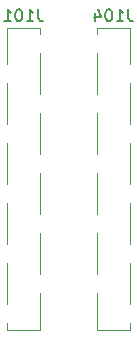
<source format=gbo>
G04 #@! TF.GenerationSoftware,KiCad,Pcbnew,9.0.6*
G04 #@! TF.CreationDate,2026-01-02T14:07:03-06:00*
G04 #@! TF.ProjectId,QFN-16_3x3,51464e2d-3136-45f3-9378-332e6b696361,rev?*
G04 #@! TF.SameCoordinates,Original*
G04 #@! TF.FileFunction,Legend,Bot*
G04 #@! TF.FilePolarity,Positive*
%FSLAX46Y46*%
G04 Gerber Fmt 4.6, Leading zero omitted, Abs format (unit mm)*
G04 Created by KiCad (PCBNEW 9.0.6) date 2026-01-02 14:07:03*
%MOMM*%
%LPD*%
G01*
G04 APERTURE LIST*
%ADD10C,0.150000*%
%ADD11C,0.120000*%
%ADD12C,1.700000*%
%ADD13R,1.700000X1.700000*%
%ADD14R,2.510000X1.000000*%
G04 APERTURE END LIST*
D10*
X128285714Y-106294819D02*
X128285714Y-107009104D01*
X128285714Y-107009104D02*
X128333333Y-107151961D01*
X128333333Y-107151961D02*
X128428571Y-107247200D01*
X128428571Y-107247200D02*
X128571428Y-107294819D01*
X128571428Y-107294819D02*
X128666666Y-107294819D01*
X127285714Y-107294819D02*
X127857142Y-107294819D01*
X127571428Y-107294819D02*
X127571428Y-106294819D01*
X127571428Y-106294819D02*
X127666666Y-106437676D01*
X127666666Y-106437676D02*
X127761904Y-106532914D01*
X127761904Y-106532914D02*
X127857142Y-106580533D01*
X126666666Y-106294819D02*
X126571428Y-106294819D01*
X126571428Y-106294819D02*
X126476190Y-106342438D01*
X126476190Y-106342438D02*
X126428571Y-106390057D01*
X126428571Y-106390057D02*
X126380952Y-106485295D01*
X126380952Y-106485295D02*
X126333333Y-106675771D01*
X126333333Y-106675771D02*
X126333333Y-106913866D01*
X126333333Y-106913866D02*
X126380952Y-107104342D01*
X126380952Y-107104342D02*
X126428571Y-107199580D01*
X126428571Y-107199580D02*
X126476190Y-107247200D01*
X126476190Y-107247200D02*
X126571428Y-107294819D01*
X126571428Y-107294819D02*
X126666666Y-107294819D01*
X126666666Y-107294819D02*
X126761904Y-107247200D01*
X126761904Y-107247200D02*
X126809523Y-107199580D01*
X126809523Y-107199580D02*
X126857142Y-107104342D01*
X126857142Y-107104342D02*
X126904761Y-106913866D01*
X126904761Y-106913866D02*
X126904761Y-106675771D01*
X126904761Y-106675771D02*
X126857142Y-106485295D01*
X126857142Y-106485295D02*
X126809523Y-106390057D01*
X126809523Y-106390057D02*
X126761904Y-106342438D01*
X126761904Y-106342438D02*
X126666666Y-106294819D01*
X125380952Y-107294819D02*
X125952380Y-107294819D01*
X125666666Y-107294819D02*
X125666666Y-106294819D01*
X125666666Y-106294819D02*
X125761904Y-106437676D01*
X125761904Y-106437676D02*
X125857142Y-106532914D01*
X125857142Y-106532914D02*
X125952380Y-106580533D01*
X135905714Y-106294819D02*
X135905714Y-107009104D01*
X135905714Y-107009104D02*
X135953333Y-107151961D01*
X135953333Y-107151961D02*
X136048571Y-107247200D01*
X136048571Y-107247200D02*
X136191428Y-107294819D01*
X136191428Y-107294819D02*
X136286666Y-107294819D01*
X134905714Y-107294819D02*
X135477142Y-107294819D01*
X135191428Y-107294819D02*
X135191428Y-106294819D01*
X135191428Y-106294819D02*
X135286666Y-106437676D01*
X135286666Y-106437676D02*
X135381904Y-106532914D01*
X135381904Y-106532914D02*
X135477142Y-106580533D01*
X134286666Y-106294819D02*
X134191428Y-106294819D01*
X134191428Y-106294819D02*
X134096190Y-106342438D01*
X134096190Y-106342438D02*
X134048571Y-106390057D01*
X134048571Y-106390057D02*
X134000952Y-106485295D01*
X134000952Y-106485295D02*
X133953333Y-106675771D01*
X133953333Y-106675771D02*
X133953333Y-106913866D01*
X133953333Y-106913866D02*
X134000952Y-107104342D01*
X134000952Y-107104342D02*
X134048571Y-107199580D01*
X134048571Y-107199580D02*
X134096190Y-107247200D01*
X134096190Y-107247200D02*
X134191428Y-107294819D01*
X134191428Y-107294819D02*
X134286666Y-107294819D01*
X134286666Y-107294819D02*
X134381904Y-107247200D01*
X134381904Y-107247200D02*
X134429523Y-107199580D01*
X134429523Y-107199580D02*
X134477142Y-107104342D01*
X134477142Y-107104342D02*
X134524761Y-106913866D01*
X134524761Y-106913866D02*
X134524761Y-106675771D01*
X134524761Y-106675771D02*
X134477142Y-106485295D01*
X134477142Y-106485295D02*
X134429523Y-106390057D01*
X134429523Y-106390057D02*
X134381904Y-106342438D01*
X134381904Y-106342438D02*
X134286666Y-106294819D01*
X133096190Y-106628152D02*
X133096190Y-107294819D01*
X133334285Y-106247200D02*
X133572380Y-106961485D01*
X133572380Y-106961485D02*
X132953333Y-106961485D01*
D11*
X125620000Y-112570000D02*
X125620000Y-116030000D01*
X125620000Y-117650000D02*
X125620001Y-121110000D01*
X125620000Y-127810000D02*
X125620001Y-131270000D01*
X125620001Y-107840000D02*
X125620000Y-110950000D01*
X125620001Y-122730000D02*
X125620000Y-126190000D01*
X125620001Y-132890000D02*
X125620001Y-133460000D01*
X128379999Y-107840000D02*
X125620001Y-107840000D01*
X128379999Y-107840000D02*
X128379999Y-108410000D01*
X128379999Y-110030000D02*
X128380000Y-113490000D01*
X128379999Y-120190000D02*
X128380000Y-123650000D01*
X128379999Y-133460000D02*
X125620001Y-133460000D01*
X128380000Y-115110000D02*
X128379999Y-118570000D01*
X128380000Y-125270000D02*
X128380000Y-128730000D01*
X128380000Y-130350000D02*
X128379999Y-133460000D01*
X133240000Y-107840000D02*
X133240000Y-108410000D01*
X133240000Y-110030000D02*
X133240000Y-113490000D01*
X133240000Y-115110000D02*
X133240000Y-118570000D01*
X133240000Y-120190000D02*
X133240000Y-123650000D01*
X133240000Y-125270000D02*
X133240000Y-128730000D01*
X133240000Y-130350000D02*
X133240000Y-133460000D01*
X136000000Y-107840000D02*
X133240000Y-107840000D01*
X136000000Y-107840000D02*
X136000000Y-110950000D01*
X136000000Y-108410000D02*
X136000000Y-110950000D01*
X136000000Y-112570000D02*
X136000000Y-116030000D01*
X136000000Y-117650000D02*
X136000000Y-121110000D01*
X136000000Y-122730000D02*
X136000000Y-126190000D01*
X136000000Y-127810000D02*
X136000000Y-131270000D01*
X136000000Y-132890000D02*
X136000000Y-133460000D01*
X136000000Y-133460000D02*
X133240000Y-133460000D01*
%LPC*%
D12*
X121920000Y-109220000D03*
D13*
X121920000Y-111760000D03*
D12*
X121920000Y-114299999D03*
X121920000Y-116840000D03*
X121920000Y-119380000D03*
X121920000Y-121920000D03*
X121920000Y-124460000D03*
X121920000Y-127000001D03*
X121920000Y-129540000D03*
X121920000Y-132080000D03*
X139700000Y-109220001D03*
X139700000Y-111760001D03*
X139700000Y-114300001D03*
X139700000Y-116840001D03*
X139700000Y-119380001D03*
X139700000Y-121920001D03*
X139700000Y-124460001D03*
X139700000Y-127000001D03*
X139700000Y-129540001D03*
X139700000Y-132080001D03*
D14*
X128655000Y-109220000D03*
X125345000Y-111760000D03*
X128655000Y-114300000D03*
X125345000Y-116840000D03*
X128655000Y-119380000D03*
X125345000Y-121920000D03*
X128655000Y-124460000D03*
X125345000Y-127000000D03*
X128655000Y-129540000D03*
X125345000Y-132080000D03*
X132965000Y-109220000D03*
X136275000Y-111760000D03*
X132965000Y-114300000D03*
X136275000Y-116840000D03*
X132965000Y-119380000D03*
X136275000Y-121920000D03*
X132965000Y-124460000D03*
X136275000Y-127000000D03*
X132965000Y-129540000D03*
X136275000Y-132080000D03*
%LPD*%
M02*

</source>
